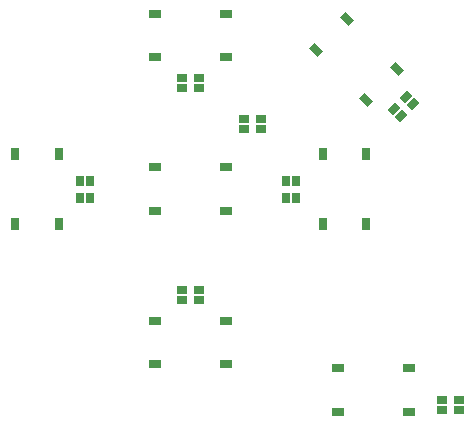
<source format=gtp>
G04*
G04 #@! TF.GenerationSoftware,Altium Limited,Altium Designer,24.4.1 (13)*
G04*
G04 Layer_Color=8421504*
%FSLAX44Y44*%
%MOMM*%
G71*
G04*
G04 #@! TF.SameCoordinates,67352877-1681-4123-B6E6-81FFD263FBCE*
G04*
G04*
G04 #@! TF.FilePolarity,Positive*
G04*
G01*
G75*
%ADD12R,0.8500X0.6500*%
%ADD13R,1.0000X0.7000*%
%ADD14R,0.6500X0.8500*%
%ADD15R,0.7000X1.0000*%
G04:AMPARAMS|DCode=16|XSize=1mm|YSize=0.7mm|CornerRadius=0mm|HoleSize=0mm|Usage=FLASHONLY|Rotation=315.000|XOffset=0mm|YOffset=0mm|HoleType=Round|Shape=Rectangle|*
%AMROTATEDRECTD16*
4,1,4,-0.6010,0.1061,-0.1061,0.6010,0.6010,-0.1061,0.1061,-0.6010,-0.6010,0.1061,0.0*
%
%ADD16ROTATEDRECTD16*%

G04:AMPARAMS|DCode=17|XSize=0.65mm|YSize=0.85mm|CornerRadius=0mm|HoleSize=0mm|Usage=FLASHONLY|Rotation=315.000|XOffset=0mm|YOffset=0mm|HoleType=Round|Shape=Rectangle|*
%AMROTATEDRECTD17*
4,1,4,-0.5303,-0.0707,0.0707,0.5303,0.5303,0.0707,-0.0707,-0.5303,-0.5303,-0.0707,0.0*
%
%ADD17ROTATEDRECTD17*%

D12*
X-277250Y115750D02*
D03*
Y124250D02*
D03*
X-262750Y115750D02*
D03*
Y124250D02*
D03*
X-57250Y23250D02*
D03*
Y31750D02*
D03*
X-42750Y23250D02*
D03*
Y31750D02*
D03*
X-210250Y269250D02*
D03*
Y260750D02*
D03*
X-224750Y269250D02*
D03*
Y260750D02*
D03*
X-277250Y295750D02*
D03*
Y304250D02*
D03*
X-262750Y295750D02*
D03*
Y304250D02*
D03*
D13*
X-240000Y61500D02*
D03*
X-300000D02*
D03*
X-240000Y98500D02*
D03*
X-300000D02*
D03*
X-85000Y21500D02*
D03*
X-145000D02*
D03*
X-85000Y58500D02*
D03*
X-145000D02*
D03*
X-240000Y191500D02*
D03*
X-300000D02*
D03*
X-240000Y228500D02*
D03*
X-300000D02*
D03*
X-240000Y321500D02*
D03*
X-300000D02*
D03*
X-240000Y358500D02*
D03*
X-300000D02*
D03*
D14*
X-180750Y202750D02*
D03*
X-189250D02*
D03*
X-180750Y217250D02*
D03*
X-189250D02*
D03*
X-355750Y202750D02*
D03*
X-364250D02*
D03*
X-355750Y217250D02*
D03*
X-364250D02*
D03*
D15*
X-121500Y240000D02*
D03*
Y180000D02*
D03*
X-158500Y240000D02*
D03*
Y180000D02*
D03*
X-418500D02*
D03*
Y240000D02*
D03*
X-381500Y180000D02*
D03*
Y240000D02*
D03*
D16*
X-121868Y285705D02*
D03*
X-164295Y328132D02*
D03*
X-95705Y311868D02*
D03*
X-138132Y354295D02*
D03*
D17*
X-87879Y288132D02*
D03*
X-81868Y282121D02*
D03*
X-98132Y277879D02*
D03*
X-92121Y271868D02*
D03*
M02*

</source>
